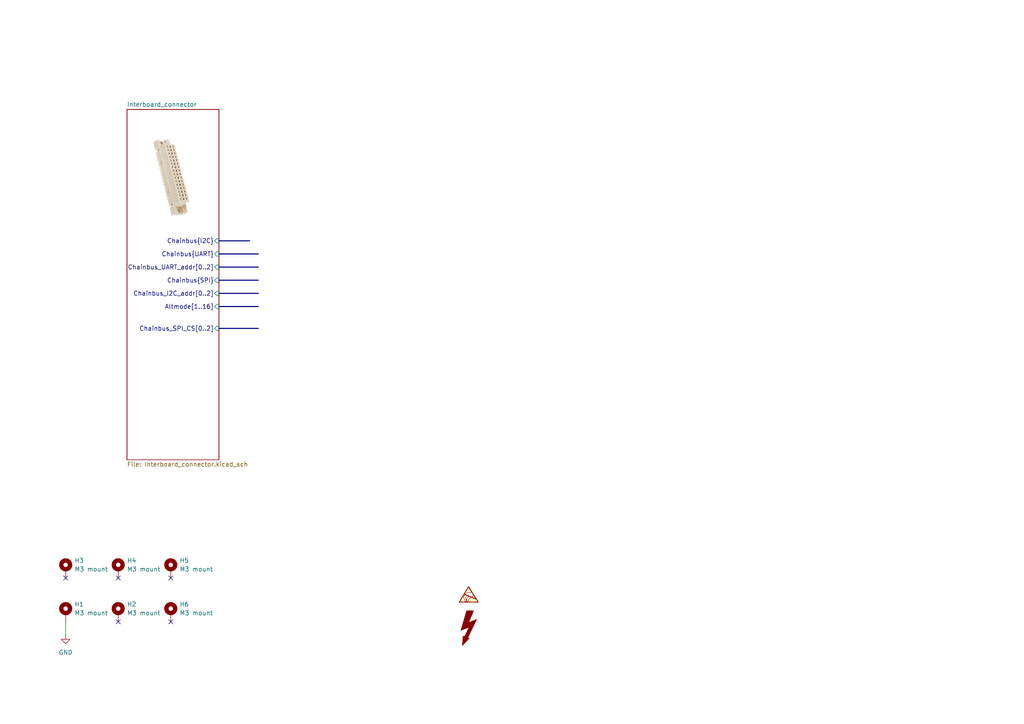
<source format=kicad_sch>
(kicad_sch (version 20250114) (generator "eeschema") (generator_version "9.0")
  (paper "A4")
  (title_block (title "MMS2 Hat template Full Size (Change Me)") (date "2026-01-07") (rev "A") (company "Moducard System") (comment 1 "Wojciech Szafrański") (comment 2 "Designed in poland"))
  (lib_symbols
    (symbol "Graphic:SYM_ESD_Small" (in_bom no) (on_board no)
      (symbol "SYM_ESD_Small_0_0"
        (polyline (pts (xy -2.667 -1.905) (xy 2.794 -1.905) (xy 0 2.54) (xy -2.667 -1.905)) (stroke (width 0.254)))
        (polyline (pts (xy -1.27 0.381) (xy 2.159 -1.016)) (stroke (width 0.254)))
        (polyline (pts (xy 2.7432 -1.905) (xy 2.7178 -1.8796) (xy 2.6162 -1.6764) (xy 2.5654 -1.6002) (xy 2.4892 -1.4986) (xy 2.4384 -1.3716) (xy 1.7526 -0.2286) (xy 1.7018 -0.127) (xy 1.6256 -0.0508) (xy 1.6002 0.0508) (xy 1.5494 0.1016) (xy 1.4986 0.2032) (xy 1.4732 0.2286) (xy 1.4732 0.2032) (xy 1.4478 0.2032) (xy 1.3208 0.0762) (xy 1.2954 0.0254) (xy 1.2954 -0.0254) (xy 1.27 -0.0762) (xy 1.2446 -0.1524) (xy 1.143 -0.254) (xy 1.0922 -0.3302) (xy 1.0414 -0.3556) (xy 0.9144 -0.4826) (xy 0.762 -0.5842) (xy 0.6604 -0.6604) (xy 0.508 -0.762) (xy 0.4572 -0.8128) (xy 0.3556 -0.8636) (xy 0.3048 -0.9144) (xy 0.2286 -0.9652) (xy 0.0762 -1.1938) (xy 0.0254 -1.2954) (xy -0.0254 -1.4224) (xy -0.0508 -1.4986) (xy -0.1016 -1.5748) (xy -0.127 -1.651) (xy -0.1778 -1.6764) (xy -0.2032 -1.7272) (xy -0.254 -1.7526) (xy -0.4064 -1.7526) (xy -0.4064 -1.7272) (xy -0.4572 -1.7018) (xy -0.4826 -1.6256) (xy -0.508 -1.524) (xy -0.508 -1.0922) (xy -0.4572 -0.889) (xy -0.4064 -0.8128) (xy -0.254 -0.6604) (xy -0.2032 -0.5842) (xy -0.127 -0.5334) (xy -0.1016 -0.4826) (xy -0.0762 -0.4064) (xy -0.0508 -0.3556) (xy -0.0254 -0.3302) (xy -0.0254 -0.2794) (xy 0 -0.2286) (xy -0.0762 -0.1524) (xy -0.127 -0.127) (xy -0.1524 -0.0762) (xy -0.2032 -0.0508) (xy -0.2286 -0.0254) (xy -0.254 -0.0254) (xy -0.3048 -0.0762) (xy -0.3556 -0.1016) (xy -0.4318 -0.127) (xy -0.4826 -0.1524) (xy -0.5588 -0.2286) (xy -0.6096 -0.254) (xy -0.8382 -0.4826) (xy -0.8128 -0.5588) (xy -0.7874 -0.5842) (xy -0.7874 -0.8636) (xy -0.8128 -0.889) (xy -0.8128 -0.9652) (xy -0.762 -1.016) (xy -0.762 -1.0414) (xy -0.6604 -1.2954) (xy -0.6604 -1.5748) (xy -0.6858 -1.6002) (xy -0.6858 -1.6256) (xy -0.7366 -1.7018) (xy -0.8382 -1.7526) (xy -0.9144 -1.7526) (xy -0.9398 -1.7272) (xy -0.9652 -1.6764) (xy -1.016 -1.6002) (xy -1.0414 -1.524) (xy -1.143 -1.27) (xy -1.2192 -1.0414) (xy -1.27 -0.9652) (xy -1.2954 -0.889) (xy -1.3208 -0.8382) (xy -1.3208 -0.8128) (xy -1.3716 -0.7112) (xy -1.397 -0.5842) (xy -1.397 -0.4826) (xy -1.3716 -0.381) (xy -1.3208 -0.254) (xy -1.2954 -0.2032) (xy -1.1938 -0.0508) (xy -1.0414 0.1524) (xy -0.9906 0.2032) (xy -0.9652 0.254) (xy -0.9144 0.3302) (xy -0.889 0.381) (xy -0.8636 0.381) (xy -0.8128 0.508) (xy -0.6096 0.7112) (xy -0.5334 0.7366) (xy -0.508 0.762) (xy -0.4318 0.762) (xy -0.3556 0.7874) (xy -0.2286 0.8128) (xy -0.1016 0.8128) (xy 0.0508 0.8382) (xy 0.2032 0.8382) (xy 0.3048 0.8636) (xy 0.4826 0.8636) (xy 0.5334 0.889) (xy 0.5842 0.889) (xy 0.6858 0.9398) (xy 0.7112 0.9652) (xy 0.762 0.9906) (xy 0.8128 1.0414) (xy 0.8636 1.0668) (xy 0.889 1.1176) (xy 0.9144 1.143) (xy 0.9144 1.1938) (xy 0.889 1.2192) (xy 0.8636 1.27) (xy 0.8128 1.3462) (xy 0.7112 1.5494) (xy 0.635 1.651) (xy 0.5842 1.7526) (xy 0.508 1.8796) (xy 0.4572 1.9558) (xy 0.381 2.0828) (xy 0.3048 2.1844) (xy 0.254 2.286) (xy 0.2032 2.3622) (xy 0.1778 2.4384) (xy 0.1016 2.5146) (xy 0.1016 2.54) (xy 0.0762 2.5654) (xy 0.0762 2.5908) (xy 0.0254 2.5908) (xy 0.0254 2.5654) (xy -0.0254 2.5146) (xy -0.1016 2.3622) (xy -0.254 2.1336) (xy -0.3048 2.032) (xy -0.4572 1.778) (xy -0.5588 1.6256) (xy -0.762 1.27) (xy -0.889 1.0668) (xy -1.016 0.8382) (xy -1.1684 0.6096) (xy -1.3208 0.3302) (xy -1.397 0.2032) (xy -1.524 -0.0254) (xy -1.778 -0.4318) (xy -1.8796 -0.635) (xy -2.0066 -0.8128) (xy -2.1082 -0.9906) (xy -2.2098 -1.143) (xy -2.286 -1.2954) (xy -2.4384 -1.5494) (xy -2.4892 -1.651) (xy -2.5654 -1.7526) (xy -2.5908 -1.8288) (xy -2.6162 -1.8796) (xy -2.6416 -1.905) (xy -2.6416 -1.9304) (xy 2.7432 -1.9304) (xy 2.7432 -1.905)) (stroke (width 0.127)) (fill (type background)))
      )
    )
    (symbol "Graphic:SYM_Flash_Large" (in_bom no) (on_board no)
      (symbol "SYM_Flash_Large_0_1"
        (polyline (pts (xy -0.508 4.445) (xy 1.397 4.445) (xy 0 1.016) (xy 2.286 1.905) (xy -0.508 -3.937) (xy -1.397 -3.556) (xy 0.254 -0.254) (xy -2.159 -1.143) (xy -0.508 4.445)) (stroke (width 0.2032)) (fill (type outline)))
        (polyline (pts (xy 0.127 -3.556) (xy -1.524 -2.921) (xy -1.778 -5.588) (xy 0.127 -3.556)) (stroke (width 0.2032)) (fill (type outline)))
      )
    )
    (symbol "Mechanical:MountingHole_Pad" (pin_numbers (hide yes)) (pin_names (offset 1.016) (hide yes)) (exclude_from_sim yes) (in_bom no)
      (property "Reference" "H" (at 0 6.35 0))
      (property "Value" "MountingHole_Pad" (at 0 4.445 0))
      (symbol "MountingHole_Pad_0_1"
        (circle (center 0 1.27) (radius 1.27) (stroke (width 1.27)))
      )
      (symbol "MountingHole_Pad_1_1"
        (pin input line (at 0 -2.54 90) (length 2.54) (name "1") (number "1"))
      )
    )
    (symbol "power:GND" (power) (pin_numbers (hide yes)) (pin_names (offset 0) (hide yes))
      (property "Value" "GND" (at 0 -3.81 0))
      (symbol "GND_0_1"
        (polyline (pts (xy 0 0) (xy 0 -1.27) (xy 1.27 -1.27) (xy 0 -2.54) (xy -1.27 -1.27) (xy 0 -1.27)))
      )
      (symbol "GND_1_1"
        (pin power_in line (at 0 0 270) (length 0) (name "~") (number "1"))
      )
    )
  )
  (bus_alias "CAN" (members "+" "-"))
  (bus_alias "QSPI" (members "IO0" "IO1" "IO2" "IO3" "CS" "SCLK"))
  (bus_alias "SWD" (members "SWCLK" "SWDIO" "~{RST}"))
  (bus_alias "USB" (members "D+" "D-"))
  (no_connect (at 34.29 180.34))
  (no_connect (at 19.05 167.64))
  (no_connect (at 49.53 167.64))
  (no_connect (at 49.53 180.34))
  (no_connect (at 34.29 167.64))
  (bus (pts (xy 74.93 77.47) (xy 63.5 77.47)))
  (wire (pts (xy 19.05 180.34) (xy 19.05 184.15)))
  (bus (pts (xy 74.93 81.28) (xy 63.5 81.28)))
  (bus (pts (xy 74.93 95.25) (xy 63.5 95.25)))
  (bus (pts (xy 74.93 85.09) (xy 63.5 85.09)))
  (bus (pts (xy 74.93 88.9) (xy 63.5 88.9)))
  (bus (pts (xy 74.93 73.66) (xy 63.5 73.66)))
  (bus (pts (xy 72.39 69.85) (xy 63.5 69.85)))
  (image (at 49.53 52.07))
  (symbol (lib_id "Graphic:SYM_Flash_Large") (at 135.89 181.61 0) (unit 1) (exclude_from_sim yes) (in_bom no) (on_board no)
    (property "Reference" "#SYM2" (effects (hide yes)))
    (property "Value" "SYM_Flash_Large" (effects (hide yes)))
    (property "Footprint" "QRcode:QR" (effects (hide yes)))
    (property "Description" "Flash symbol, large" (effects (hide yes)))
  )
  (symbol (lib_id "Mechanical:MountingHole_Pad") (at 34.29 165.1 0) (unit 1) (exclude_from_sim yes) (in_bom no)
    (property "Reference" "H4" (at 36.83 162.56 0) (effects (justify left)))
    (property "Value" "M3 mount" (at 36.83 165.1 0) (effects (justify left)))
    (property "Footprint" "MountingHole:MountingHole_3.2mm_M3_DIN965_Pad" (effects (hide yes)))
    (property "Description" "Mounting Hole with connection" (effects (hide yes)))
  )
  (symbol (lib_id "Mechanical:MountingHole_Pad") (at 49.53 177.8 0) (unit 1) (exclude_from_sim yes) (in_bom no)
    (property "Reference" "H6" (at 52.07 175.26 0) (effects (justify left)))
    (property "Value" "M3 mount" (at 52.07 177.8 0) (effects (justify left)))
    (property "Footprint" "MountingHole:MountingHole_3.2mm_M3_DIN965_Pad" (effects (hide yes)))
    (property "Description" "Mounting Hole with connection" (effects (hide yes)))
  )
  (symbol (lib_id "power:GND") (at 19.05 184.15 0) (unit 1)
    (property "Reference" "#PWR0101" (effects (hide yes)))
    (property "Value" "GND" (at 19.05 189.23 0))
    (property "Description" "Power symbol creates a global label with name \"GND\" , ground" (effects (hide yes)))
  )
  (symbol (lib_id "Graphic:SYM_ESD_Small") (at 135.89 172.72 0) (unit 1) (exclude_from_sim yes) (in_bom no) (on_board no)
    (property "Reference" "#SYM1" (effects (hide yes)))
    (property "Value" "SYM_ESD_Small" (effects (hide yes)))
    (property "Footprint" "Symbol:ESD-Logo_6.6x6mm_SilkScreen" (effects (hide yes)))
    (property "Description" "ESD warning/\"Do not touch\" symbol, small" (effects (hide yes)))
  )
  (symbol (lib_id "Mechanical:MountingHole_Pad") (at 19.05 165.1 0) (unit 1) (exclude_from_sim yes) (in_bom no)
    (property "Reference" "H3" (at 21.59 162.56 0) (effects (justify left)))
    (property "Value" "M3 mount" (at 21.59 165.1 0) (effects (justify left)))
    (property "Footprint" "MountingHole:MountingHole_3.2mm_M3_DIN965_Pad" (effects (hide yes)))
    (property "Description" "Mounting Hole with connection" (effects (hide yes)))
  )
  (symbol (lib_id "Mechanical:MountingHole_Pad") (at 34.29 177.8 0) (unit 1) (exclude_from_sim yes) (in_bom no)
    (property "Reference" "H2" (at 36.83 175.26 0) (effects (justify left)))
    (property "Value" "M3 mount" (at 36.83 177.8 0) (effects (justify left)))
    (property "Footprint" "MountingHole:MountingHole_3.2mm_M3_DIN965_Pad" (effects (hide yes)))
    (property "Description" "Mounting Hole with connection" (effects (hide yes)))
  )
  (symbol (lib_id "Mechanical:MountingHole_Pad") (at 19.05 177.8 0) (unit 1) (exclude_from_sim yes) (in_bom no)
    (property "Reference" "H1" (at 21.59 175.26 0) (effects (justify left)))
    (property "Value" "M3 mount" (at 21.59 177.8 0) (effects (justify left)))
    (property "Footprint" "MountingHole:MountingHole_3.2mm_M3_DIN965_Pad" (effects (hide yes)))
    (property "Description" "Mounting Hole with connection" (effects (hide yes)))
  )
  (symbol (lib_id "Mechanical:MountingHole_Pad") (at 49.53 165.1 0) (unit 1) (exclude_from_sim yes) (in_bom no)
    (property "Reference" "H5" (at 52.07 162.56 0) (effects (justify left)))
    (property "Value" "M3 mount" (at 52.07 165.1 0) (effects (justify left)))
    (property "Footprint" "MountingHole:MountingHole_3.2mm_M3_DIN965_Pad" (effects (hide yes)))
    (property "Description" "Mounting Hole with connection" (effects (hide yes)))
  )
  (sheet (at 36.83 31.75) (size 26.67 101.6) (stroke (width 0.1524))
    (property "Sheetname" "Interboard_connector" (at 36.83 31.0384 0) (effects (justify left bottom)))
    (property "Sheetfile" "Interboard_connector.kicad_sch" (at 36.83 133.9346 0) (effects (justify left top)))
    (pin "Chainbus{UART}" input (at 63.5 73.66 0))
    (pin "Chainbus_UART_addr[0..2]" input (at 63.5 77.47 0))
    (pin "Chainbus{SPI}" input (at 63.5 81.28 0))
    (pin "Chainbus_I2C_addr[0..2]" input (at 63.5 85.09 0))
    (pin "Altmode[1..16]" input (at 63.5 88.9 0))
    (pin "Chainbus{I2C}" input (at 63.5 69.85 0))
    (pin "Chainbus_SPI_CS[0..2]" input (at 63.5 95.25 0))
  )
)
</source>
